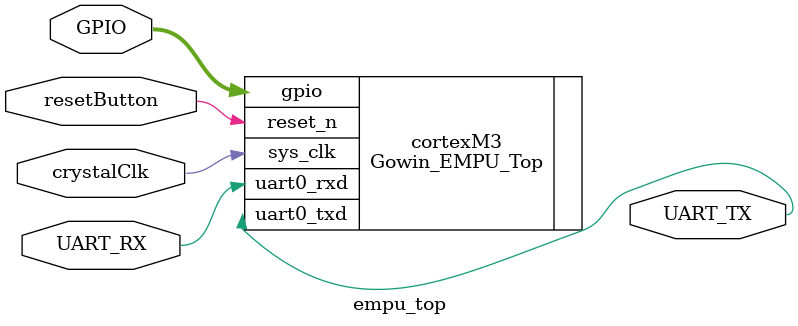
<source format=v>
module empu_top(	
				input resetButton,
				input crystalClk,
				input UART_RX,

				output UART_TX,
				inout[7:0] GPIO
				);
	Gowin_EMPU_Top cortexM3(
		.sys_clk(crystalClk), //27MHz system clock
		.gpio(GPIO), //only 8 GPIO pins (GPIO_Pin_7 to GPIO_Pin_0) are exposed
		.uart0_rxd(UART_RX), //input uart0_rxd
		.uart0_txd(UART_TX), //output uart0_txd
		.reset_n(resetButton) //input reset_n
	);
endmodule
</source>
